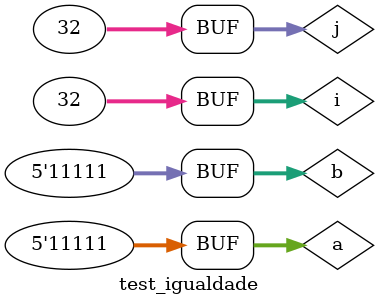
<source format=v>


module igualdade (output s, input a0, a1, a2, a3,a4, b0, b1, b2, b3,b4);
    
    wire s0, s1, s2, s3,s4;
    
    xnor XNOR0(s0, a0, b0);
    xnor XNOR1(s1, a1, b1);
    xnor XNOR2(s2, a2, b2);
    xnor XNOR3(s3, a3, b3);
    xnor XNOR4(s4, a4, b4);
    
    assign s = s0 & s1 & s2 & s3 & s4;
 
endmodule


module test_igualdade; 
// ------------------------- definir dados       
    reg  [4:0] a;       
    reg  [4:0] b;              
    wire resp; 
    integer i, j;
 
   igualdade I1(resp, a[0], a[1], a[2], a[3],a[4], b[0], b[1], b[2], b[3],b[4]); 
 
// ------------------------- parte principal  
    initial begin        
        
      
      $display("Exemplo0803 - Felipe Campolina Soares de Paula 762732");     
      $display("Test LU’s igualdade"); 
      
      $display("a    = b    resp");
      
      $monitor("%b  %b  %b",a, b, resp);
      
    

    for ( i = 0; i < 32; i = i + 1) begin
    for ( j = 0; j < 32; j = j + 1) begin
        #1 a=i; b=j;
    end
    end
   
    end 
 
endmodule // test_igualdade 
</source>
